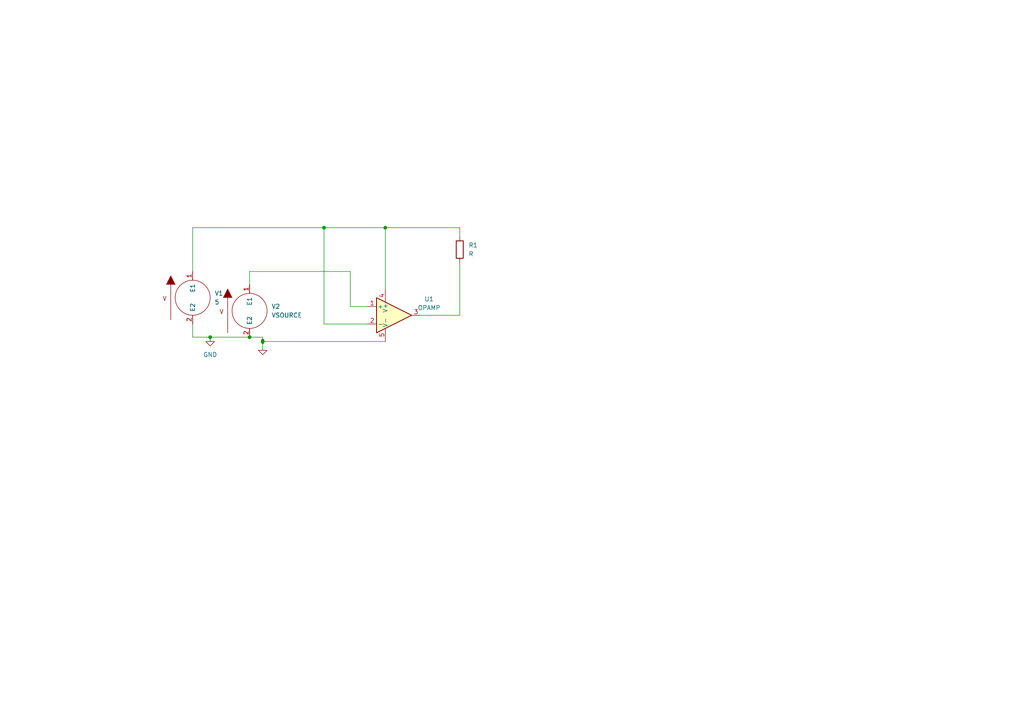
<source format=kicad_sch>
(kicad_sch (version 20211123) (generator eeschema)
  (paper "A4")
  (lib_symbols
    (symbol "Device:R" (pin_numbers hide) (pin_names (offset 0))
      (property "Reference" "R" (at 2.032 0 90))
      (property "Value" "R" (at 0 0 90))
      (symbol "R_0_1"
        (rectangle (start -1.016 -2.54) (end 1.016 2.54) (stroke (width 0.254)))
      )
      (symbol "R_1_1"
        (pin passive line (at 0 3.81 270) (length 1.27) (name "~") (number "1"))
        (pin passive line (at 0 -3.81 90) (length 1.27) (name "~") (number "2"))
      )
    )
    (symbol "Simulation_SPICE:OPAMP" (pin_names (offset 0.254))
      (property "Reference" "U" (at 3.81 3.175 0))
      (property "Value" "OPAMP" (at 3.81 -3.175 0))
      (symbol "OPAMP_0_1"
        (polyline (pts (xy 5.08 0) (xy -5.08 5.08) (xy -5.08 -5.08) (xy 5.08 0)) (stroke (width 0.254)) (fill (type background)))
      )
      (symbol "OPAMP_1_1"
        (pin input line (at -7.62 2.54 0) (length 2.54) (name "+") (number "1"))
        (pin input line (at -7.62 -2.54 0) (length 2.54) (name "-") (number "2"))
        (pin output line (at 7.62 0 180) (length 2.54) (name "~") (number "3"))
        (pin power_in line (at -2.54 7.62 270) (length 3.81) (name "V+") (number "4"))
        (pin power_in line (at -2.54 -7.62 90) (length 3.81) (name "V-") (number "5"))
      )
    )
    (symbol "power:GND" (power) (pin_names (offset 0))
      (property "Value" "GND" (at 0 -3.81 0))
      (symbol "GND_0_1"
        (polyline (pts (xy 0 0) (xy 0 -1.27) (xy 1.27 -1.27) (xy 0 -2.54) (xy -1.27 -1.27) (xy 0 -1.27)))
      )
      (symbol "GND_1_1"
        (pin power_in line (at 0 0 270) (length 0) hide (name "GND") (number "1"))
      )
    )
    (symbol "pspice:0" (power) (pin_names (offset 0))
      (property "Value" "0" (at 0 -1.778 0))
      (symbol "0_0_1"
        (polyline (pts (xy -1.27 0) (xy 0 -1.27) (xy 1.27 0) (xy -1.27 0)))
      )
      (symbol "0_1_1"
        (pin power_in line (at 0 0 0) (length 0) hide (name "0") (number "1"))
      )
    )
    (symbol "pspice:VSOURCE" (pin_names (offset 1.016))
      (property "Reference" "V" (at -6.35 7.62 0))
      (property "Value" "VSOURCE" (at 0 0 0))
      (symbol "VSOURCE_0_1"
        (polyline (pts (xy -6.35 -6.35) (xy -6.35 3.81)) (fill (type outline)))
        (polyline (pts (xy -7.62 3.81) (xy -6.35 6.35) (xy -5.08 3.81)) (fill (type outline)))
        (circle (center 0 0) (radius 5.08))
        (text "V" (at -8.128 -0.254 0) (effects (font (size 1.27 1.27))))
      )
      (symbol "VSOURCE_1_1"
        (pin input line (at 0 7.62 270) (length 2.54) (name "E1") (number "1"))
        (pin input line (at 0 -7.62 90) (length 2.54) (name "E2") (number "2"))
      )
    )
  )
  (junction (at 72.39 97.79))
  (junction (at 76.2 99.06))
  (junction (at 93.98 66.04))
  (junction (at 60.96 97.79))
  (junction (at 111.76 66.04))
  (wire (pts (xy 101.6 78.74) (xy 101.6 88.9)))
  (wire (pts (xy 111.76 66.04) (xy 133.35 66.04)))
  (wire (pts (xy 55.88 93.98) (xy 55.88 97.79)))
  (wire (pts (xy 106.68 93.98) (xy 93.98 93.98)))
  (wire (pts (xy 76.2 97.79) (xy 76.2 99.06)))
  (wire (pts (xy 60.96 97.79) (xy 72.39 97.79)))
  (wire (pts (xy 101.6 88.9) (xy 106.68 88.9)))
  (wire (pts (xy 72.39 78.74) (xy 101.6 78.74)))
  (wire (pts (xy 55.88 97.79) (xy 60.96 97.79)))
  (wire (pts (xy 133.35 91.44) (xy 133.35 76.2)))
  (wire (pts (xy 111.76 66.04) (xy 111.76 83.82)))
  (wire (pts (xy 72.39 82.55) (xy 72.39 78.74)))
  (wire (pts (xy 55.88 78.74) (xy 55.88 66.04)))
  (wire (pts (xy 111.76 99.06) (xy 76.2 99.06)))
  (wire (pts (xy 76.2 99.06) (xy 76.2 101.6)))
  (wire (pts (xy 93.98 66.04) (xy 111.76 66.04)))
  (wire (pts (xy 72.39 97.79) (xy 76.2 97.79)))
  (wire (pts (xy 133.35 66.04) (xy 133.35 68.58)))
  (wire (pts (xy 121.92 91.44) (xy 133.35 91.44)))
  (wire (pts (xy 55.88 66.04) (xy 93.98 66.04)))
  (wire (pts (xy 93.98 93.98) (xy 93.98 66.04)))
  (symbol (lib_id "pspice:0") (at 76.2 101.6 0) (unit 1)
    (property "Reference" "#GND01" (effects hide))
    (property "Value" "0" (at 76.2 99.06 0))
  )
  (symbol (lib_id "pspice:VSOURCE") (at 55.88 86.36 0) (unit 1)
    (property "Reference" "V1" (at 62.23 85.0899 0) (effects (justify left)))
    (property "Value" "VSOURCE" (at 62.23 87.6299 0) (effects (justify left)))
    (property "Spice_Primitive" "V" (effects hide))
    (property "Spice_Model" "dc 5" (effects hide))
    (property "Spice_Netlist_Enabled" "Y" (effects hide))
  )
  (symbol (lib_id "pspice:VSOURCE") (at 72.39 90.17 0) (unit 1)
    (property "Reference" "V2" (at 78.74 88.8999 0) (effects (justify left)))
    (property "Value" "VSOURCE" (at 78.74 91.4399 0) (effects (justify left)))
    (property "Spice_Primitive" "V" (effects hide))
    (property "Spice_Model" "pulse(2 4 1 500m 500m 1 3)" (effects hide))
    (property "Spice_Netlist_Enabled" "Y" (effects hide))
  )
  (symbol (lib_id "Device:R") (at 133.35 72.39 0) (unit 1)
    (property "Reference" "R1" (at 135.89 71.1199 0) (effects (justify left)))
    (property "Value" "R" (at 135.89 73.6599 0) (effects (justify left)))
    (property "Spice_Primitive" "R" (effects hide))
    (property "Spice_Model" "100" (at 133.35 72.39 0))
    (property "Spice_Netlist_Enabled" "Y" (effects hide))
  )
  (symbol (lib_id "Simulation_SPICE:OPAMP") (at 114.3 91.44 0) (unit 1)
    (property "Reference" "U1" (at 124.46 86.741 0))
    (property "Value" "OPAMP" (at 124.46 89.281 0))
    (property "Spice_Netlist_Enabled" "Y" (effects hide))
    (property "Spice_Primitive" "X" (effects hide))
    (property "Spice_Model" "uopamp_lvl2" (effects hide))
    (property "Spice_Node_Sequence" "1,2,4,5,3" (effects hide))
    (property "Spice_Lib_File" "C:\\AA_ECL\\EPSA\\Saison 2023\\Git Cloning\\epsa-saison-2023-dir-pro\\Conception\\Composant electronique\\spice model\\uopamp_v1.1.lib" (effects hide))
  )
  (symbol (lib_id "power:GND") (at 60.96 97.79 0) (unit 1)
    (property "Reference" "#PWR01" (effects hide))
    (property "Value" "GND" (at 60.96 102.87 0))
  )
)
</source>
